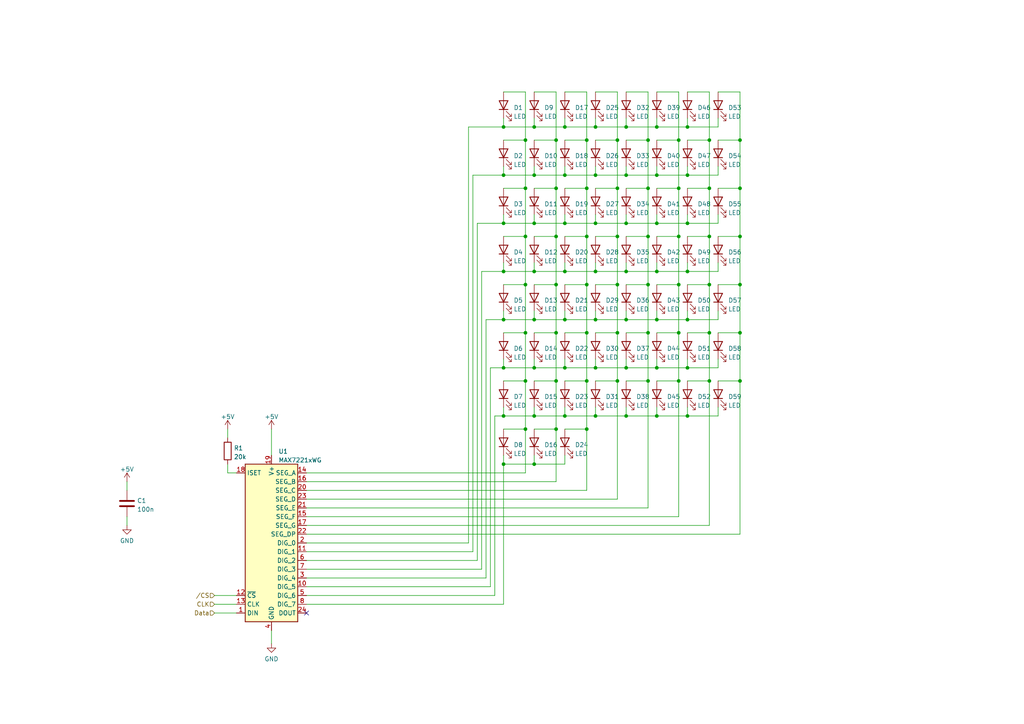
<source format=kicad_sch>
(kicad_sch (version 20211123) (generator eeschema)
  (paper "A4")
  (lib_symbols
    (symbol "Device:C" (pin_numbers hide) (pin_names (offset 0.254))
      (property "Reference" "C" (at 0.635 2.54 0))
      (property "Value" "C" (at 0.635 -2.54 0))
      (symbol "C_0_1"
        (polyline (pts (xy -2.032 -0.762) (xy 2.032 -0.762)) (stroke (width 0.508)))
        (polyline (pts (xy -2.032 0.762) (xy 2.032 0.762)) (stroke (width 0.508)))
      )
      (symbol "C_1_1"
        (pin passive line (at 0 3.81 270) (length 2.794) (name "~") (number "1"))
        (pin passive line (at 0 -3.81 90) (length 2.794) (name "~") (number "2"))
      )
    )
    (symbol "Device:LED" (pin_numbers hide) (pin_names (offset 1.016) hide)
      (property "Reference" "D" (at 0 2.54 0))
      (property "Value" "LED" (at 0 -2.54 0))
      (symbol "LED_0_1"
        (polyline (pts (xy -1.27 -1.27) (xy -1.27 1.27)) (stroke (width 0.254)))
        (polyline (pts (xy -1.27 0) (xy 1.27 0)))
        (polyline (pts (xy 1.27 -1.27) (xy 1.27 1.27) (xy -1.27 0) (xy 1.27 -1.27)) (stroke (width 0.254)))
        (polyline (pts (xy -3.048 -0.762) (xy -4.572 -2.286) (xy -3.81 -2.286) (xy -4.572 -2.286) (xy -4.572 -1.524)))
        (polyline (pts (xy -1.778 -0.762) (xy -3.302 -2.286) (xy -2.54 -2.286) (xy -3.302 -2.286) (xy -3.302 -1.524)))
      )
      (symbol "LED_1_1"
        (pin passive line (at -3.81 0 0) (length 2.54) (name "K") (number "1"))
        (pin passive line (at 3.81 0 180) (length 2.54) (name "A") (number "2"))
      )
    )
    (symbol "Device:R" (pin_numbers hide) (pin_names (offset 0))
      (property "Reference" "R" (at 2.032 0 90))
      (property "Value" "R" (at 0 0 90))
      (symbol "R_0_1"
        (rectangle (start -1.016 -2.54) (end 1.016 2.54) (stroke (width 0.254)))
      )
      (symbol "R_1_1"
        (pin passive line (at 0 3.81 270) (length 1.27) (name "~") (number "1"))
        (pin passive line (at 0 -3.81 90) (length 1.27) (name "~") (number "2"))
      )
    )
    (symbol "Driver_LED:MAX7221xWG"
      (property "Reference" "U" (at -6.35 24.13 0))
      (property "Value" "MAX7221xWG" (at 1.27 25.4 0))
      (symbol "MAX7221xWG_0_1"
        (rectangle (start -7.62 22.86) (end 7.62 -22.86) (stroke (width 0.254)) (fill (type background)))
      )
      (symbol "MAX7221xWG_1_1"
        (pin input line (at -10.16 -20.32 0) (length 2.54) (name "DIN") (number "1"))
        (pin open_collector line (at 10.16 -12.7 180) (length 2.54) (name "DIG_5") (number "10"))
        (pin open_collector line (at 10.16 -2.54 180) (length 2.54) (name "DIG_1") (number "11"))
        (pin input line (at -10.16 -15.24 0) (length 2.54) (name "~{CS}") (number "12"))
        (pin input line (at -10.16 -17.78 0) (length 2.54) (name "CLK") (number "13"))
        (pin open_emitter line (at 10.16 20.32 180) (length 2.54) (name "SEG_A") (number "14"))
        (pin open_emitter line (at 10.16 7.62 180) (length 2.54) (name "SEG_F") (number "15"))
        (pin open_emitter line (at 10.16 17.78 180) (length 2.54) (name "SEG_B") (number "16"))
        (pin open_emitter line (at 10.16 5.08 180) (length 2.54) (name "SEG_G") (number "17"))
        (pin input line (at -10.16 20.32 0) (length 2.54) (name "ISET") (number "18"))
        (pin power_in line (at 0 25.4 270) (length 2.54) (name "V+") (number "19"))
        (pin open_collector line (at 10.16 0 180) (length 2.54) (name "DIG_0") (number "2"))
        (pin open_emitter line (at 10.16 15.24 180) (length 2.54) (name "SEG_C") (number "20"))
        (pin open_emitter line (at 10.16 10.16 180) (length 2.54) (name "SEG_E") (number "21"))
        (pin open_emitter line (at 10.16 2.54 180) (length 2.54) (name "SEG_DP") (number "22"))
        (pin open_emitter line (at 10.16 12.7 180) (length 2.54) (name "SEG_D") (number "23"))
        (pin output line (at 10.16 -20.32 180) (length 2.54) (name "DOUT") (number "24"))
        (pin open_collector line (at 10.16 -10.16 180) (length 2.54) (name "DIG_4") (number "3"))
        (pin power_in line (at 0 -25.4 90) (length 2.54) (name "GND") (number "4"))
        (pin open_collector line (at 10.16 -15.24 180) (length 2.54) (name "DIG_6") (number "5"))
        (pin open_collector line (at 10.16 -5.08 180) (length 2.54) (name "DIG_2") (number "6"))
        (pin open_collector line (at 10.16 -7.62 180) (length 2.54) (name "DIG_3") (number "7"))
        (pin open_collector line (at 10.16 -17.78 180) (length 2.54) (name "DIG_7") (number "8"))
        (pin passive line (at 0 -25.4 90) (length 2.54) hide (name "GND") (number "9"))
      )
    )
    (symbol "power:+5V" (power) (pin_names (offset 0))
      (property "Value" "+5V" (at 0 3.556 0))
      (symbol "+5V_0_1"
        (polyline (pts (xy -0.762 1.27) (xy 0 2.54)))
        (polyline (pts (xy 0 0) (xy 0 2.54)))
        (polyline (pts (xy 0 2.54) (xy 0.762 1.27)))
      )
      (symbol "+5V_1_1"
        (pin power_in line (at 0 0 90) (length 0) hide (name "+5V") (number "1"))
      )
    )
    (symbol "power:GND" (power) (pin_names (offset 0))
      (property "Value" "GND" (at 0 -3.81 0))
      (symbol "GND_0_1"
        (polyline (pts (xy 0 0) (xy 0 -1.27) (xy 1.27 -1.27) (xy 0 -2.54) (xy -1.27 -1.27) (xy 0 -1.27)))
      )
      (symbol "GND_1_1"
        (pin power_in line (at 0 0 270) (length 0) hide (name "GND") (number "1"))
      )
    )
  )
  (junction (at 214.63 54.61))
  (junction (at 205.74 68.58))
  (junction (at 172.72 36.83))
  (junction (at 199.39 36.83))
  (junction (at 154.94 64.77))
  (junction (at 199.39 78.74))
  (junction (at 170.18 40.64))
  (junction (at 170.18 110.49))
  (junction (at 154.94 92.71))
  (junction (at 179.07 40.64))
  (junction (at 163.83 106.68))
  (junction (at 179.07 96.52))
  (junction (at 205.74 96.52))
  (junction (at 190.5 36.83))
  (junction (at 214.63 110.49))
  (junction (at 146.05 120.65))
  (junction (at 152.4 40.64))
  (junction (at 161.29 68.58))
  (junction (at 161.29 110.49))
  (junction (at 187.96 110.49))
  (junction (at 187.96 54.61))
  (junction (at 170.18 68.58))
  (junction (at 154.94 134.62))
  (junction (at 161.29 54.61))
  (junction (at 154.94 36.83))
  (junction (at 163.83 36.83))
  (junction (at 152.4 68.58))
  (junction (at 146.05 134.62))
  (junction (at 146.05 64.77))
  (junction (at 163.83 120.65))
  (junction (at 163.83 78.74))
  (junction (at 214.63 96.52))
  (junction (at 196.85 54.61))
  (junction (at 163.83 50.8))
  (junction (at 199.39 64.77))
  (junction (at 199.39 106.68))
  (junction (at 152.4 96.52))
  (junction (at 154.94 106.68))
  (junction (at 154.94 120.65))
  (junction (at 187.96 82.55))
  (junction (at 146.05 106.68))
  (junction (at 190.5 106.68))
  (junction (at 190.5 50.8))
  (junction (at 196.85 96.52))
  (junction (at 199.39 92.71))
  (junction (at 163.83 64.77))
  (junction (at 161.29 96.52))
  (junction (at 170.18 124.46))
  (junction (at 190.5 64.77))
  (junction (at 214.63 40.64))
  (junction (at 190.5 92.71))
  (junction (at 187.96 96.52))
  (junction (at 196.85 82.55))
  (junction (at 172.72 92.71))
  (junction (at 161.29 82.55))
  (junction (at 146.05 36.83))
  (junction (at 181.61 36.83))
  (junction (at 190.5 78.74))
  (junction (at 181.61 64.77))
  (junction (at 205.74 82.55))
  (junction (at 214.63 68.58))
  (junction (at 181.61 120.65))
  (junction (at 187.96 68.58))
  (junction (at 179.07 54.61))
  (junction (at 172.72 106.68))
  (junction (at 161.29 124.46))
  (junction (at 179.07 82.55))
  (junction (at 199.39 120.65))
  (junction (at 154.94 78.74))
  (junction (at 154.94 50.8))
  (junction (at 170.18 54.61))
  (junction (at 172.72 120.65))
  (junction (at 179.07 68.58))
  (junction (at 181.61 106.68))
  (junction (at 187.96 40.64))
  (junction (at 179.07 110.49))
  (junction (at 196.85 68.58))
  (junction (at 214.63 82.55))
  (junction (at 170.18 82.55))
  (junction (at 205.74 54.61))
  (junction (at 146.05 92.71))
  (junction (at 190.5 120.65))
  (junction (at 170.18 96.52))
  (junction (at 172.72 64.77))
  (junction (at 205.74 110.49))
  (junction (at 152.4 82.55))
  (junction (at 199.39 50.8))
  (junction (at 163.83 92.71))
  (junction (at 196.85 110.49))
  (junction (at 205.74 40.64))
  (junction (at 172.72 50.8))
  (junction (at 161.29 40.64))
  (junction (at 146.05 78.74))
  (junction (at 146.05 50.8))
  (junction (at 172.72 78.74))
  (junction (at 196.85 40.64))
  (junction (at 181.61 50.8))
  (junction (at 181.61 78.74))
  (junction (at 152.4 54.61))
  (junction (at 181.61 92.71))
  (junction (at 152.4 124.46))
  (junction (at 152.4 110.49))
  (no_connect (at 88.9 177.8))
  (wire (pts (xy 190.5 96.52) (xy 196.85 96.52)))
  (wire (pts (xy 135.89 157.48) (xy 135.89 36.83)))
  (wire (pts (xy 199.39 62.23) (xy 199.39 64.77)))
  (wire (pts (xy 163.83 34.29) (xy 163.83 36.83)))
  (wire (pts (xy 190.5 120.65) (xy 199.39 120.65)))
  (wire (pts (xy 88.9 152.4) (xy 205.74 152.4)))
  (wire (pts (xy 181.61 34.29) (xy 181.61 36.83)))
  (wire (pts (xy 187.96 68.58) (xy 187.96 54.61)))
  (wire (pts (xy 78.74 124.46) (xy 78.74 132.08)))
  (wire (pts (xy 190.5 62.23) (xy 190.5 64.77)))
  (wire (pts (xy 163.83 106.68) (xy 172.72 106.68)))
  (wire (pts (xy 181.61 64.77) (xy 190.5 64.77)))
  (wire (pts (xy 190.5 90.17) (xy 190.5 92.71)))
  (wire (pts (xy 181.61 110.49) (xy 187.96 110.49)))
  (wire (pts (xy 140.97 167.64) (xy 140.97 92.71)))
  (wire (pts (xy 152.4 54.61) (xy 152.4 68.58)))
  (wire (pts (xy 152.4 40.64) (xy 152.4 54.61)))
  (wire (pts (xy 190.5 104.14) (xy 190.5 106.68)))
  (wire (pts (xy 62.23 177.8) (xy 68.58 177.8)))
  (wire (pts (xy 139.7 165.1) (xy 139.7 78.74)))
  (wire (pts (xy 66.04 137.16) (xy 68.58 137.16)))
  (wire (pts (xy 146.05 92.71) (xy 154.94 92.71)))
  (wire (pts (xy 163.83 78.74) (xy 172.72 78.74)))
  (wire (pts (xy 154.94 78.74) (xy 163.83 78.74)))
  (wire (pts (xy 163.83 96.52) (xy 170.18 96.52)))
  (wire (pts (xy 172.72 104.14) (xy 172.72 106.68)))
  (wire (pts (xy 146.05 78.74) (xy 154.94 78.74)))
  (wire (pts (xy 154.94 110.49) (xy 161.29 110.49)))
  (wire (pts (xy 172.72 90.17) (xy 172.72 92.71)))
  (wire (pts (xy 161.29 124.46) (xy 161.29 110.49)))
  (wire (pts (xy 172.72 40.64) (xy 179.07 40.64)))
  (wire (pts (xy 161.29 54.61) (xy 161.29 40.64)))
  (wire (pts (xy 190.5 64.77) (xy 199.39 64.77)))
  (wire (pts (xy 179.07 96.52) (xy 179.07 82.55)))
  (wire (pts (xy 179.07 54.61) (xy 179.07 40.64)))
  (wire (pts (xy 214.63 26.67) (xy 208.28 26.67)))
  (wire (pts (xy 214.63 110.49) (xy 214.63 96.52)))
  (wire (pts (xy 36.83 149.86) (xy 36.83 152.4)))
  (wire (pts (xy 196.85 26.67) (xy 190.5 26.67)))
  (wire (pts (xy 152.4 96.52) (xy 152.4 110.49)))
  (wire (pts (xy 170.18 96.52) (xy 170.18 82.55)))
  (wire (pts (xy 154.94 54.61) (xy 161.29 54.61)))
  (wire (pts (xy 208.28 50.8) (xy 208.28 48.26)))
  (wire (pts (xy 88.9 147.32) (xy 187.96 147.32)))
  (wire (pts (xy 172.72 78.74) (xy 181.61 78.74)))
  (wire (pts (xy 163.83 54.61) (xy 170.18 54.61)))
  (wire (pts (xy 163.83 40.64) (xy 170.18 40.64)))
  (wire (pts (xy 163.83 124.46) (xy 170.18 124.46)))
  (wire (pts (xy 172.72 92.71) (xy 181.61 92.71)))
  (wire (pts (xy 214.63 68.58) (xy 214.63 54.61)))
  (wire (pts (xy 163.83 92.71) (xy 172.72 92.71)))
  (wire (pts (xy 170.18 26.67) (xy 163.83 26.67)))
  (wire (pts (xy 146.05 104.14) (xy 146.05 106.68)))
  (wire (pts (xy 135.89 36.83) (xy 146.05 36.83)))
  (wire (pts (xy 199.39 34.29) (xy 199.39 36.83)))
  (wire (pts (xy 190.5 34.29) (xy 190.5 36.83)))
  (wire (pts (xy 88.9 157.48) (xy 135.89 157.48)))
  (wire (pts (xy 214.63 54.61) (xy 214.63 40.64)))
  (wire (pts (xy 154.94 106.68) (xy 163.83 106.68)))
  (wire (pts (xy 181.61 78.74) (xy 190.5 78.74)))
  (wire (pts (xy 146.05 124.46) (xy 152.4 124.46)))
  (wire (pts (xy 199.39 118.11) (xy 199.39 120.65)))
  (wire (pts (xy 154.94 82.55) (xy 161.29 82.55)))
  (wire (pts (xy 146.05 36.83) (xy 154.94 36.83)))
  (wire (pts (xy 146.05 64.77) (xy 154.94 64.77)))
  (wire (pts (xy 196.85 82.55) (xy 196.85 68.58)))
  (wire (pts (xy 196.85 110.49) (xy 196.85 96.52)))
  (wire (pts (xy 190.5 68.58) (xy 196.85 68.58)))
  (wire (pts (xy 205.74 54.61) (xy 205.74 40.64)))
  (wire (pts (xy 163.83 64.77) (xy 172.72 64.77)))
  (wire (pts (xy 172.72 118.11) (xy 172.72 120.65)))
  (wire (pts (xy 154.94 36.83) (xy 163.83 36.83)))
  (wire (pts (xy 146.05 50.8) (xy 154.94 50.8)))
  (wire (pts (xy 172.72 36.83) (xy 181.61 36.83)))
  (wire (pts (xy 146.05 62.23) (xy 146.05 64.77)))
  (wire (pts (xy 138.43 64.77) (xy 146.05 64.77)))
  (wire (pts (xy 146.05 110.49) (xy 152.4 110.49)))
  (wire (pts (xy 88.9 175.26) (xy 146.05 175.26)))
  (wire (pts (xy 196.85 68.58) (xy 196.85 54.61)))
  (wire (pts (xy 163.83 68.58) (xy 170.18 68.58)))
  (wire (pts (xy 181.61 54.61) (xy 187.96 54.61)))
  (wire (pts (xy 154.94 76.2) (xy 154.94 78.74)))
  (wire (pts (xy 154.94 64.77) (xy 163.83 64.77)))
  (wire (pts (xy 172.72 76.2) (xy 172.72 78.74)))
  (wire (pts (xy 142.24 170.18) (xy 142.24 106.68)))
  (wire (pts (xy 88.9 170.18) (xy 142.24 170.18)))
  (wire (pts (xy 181.61 90.17) (xy 181.61 92.71)))
  (wire (pts (xy 190.5 76.2) (xy 190.5 78.74)))
  (wire (pts (xy 146.05 82.55) (xy 152.4 82.55)))
  (wire (pts (xy 172.72 54.61) (xy 179.07 54.61)))
  (wire (pts (xy 152.4 124.46) (xy 152.4 137.16)))
  (wire (pts (xy 62.23 172.72) (xy 68.58 172.72)))
  (wire (pts (xy 181.61 36.83) (xy 190.5 36.83)))
  (wire (pts (xy 208.28 110.49) (xy 214.63 110.49)))
  (wire (pts (xy 172.72 48.26) (xy 172.72 50.8)))
  (wire (pts (xy 154.94 68.58) (xy 161.29 68.58)))
  (wire (pts (xy 199.39 82.55) (xy 205.74 82.55)))
  (wire (pts (xy 163.83 104.14) (xy 163.83 106.68)))
  (wire (pts (xy 146.05 34.29) (xy 146.05 36.83)))
  (wire (pts (xy 172.72 110.49) (xy 179.07 110.49)))
  (wire (pts (xy 199.39 68.58) (xy 205.74 68.58)))
  (wire (pts (xy 199.39 64.77) (xy 208.28 64.77)))
  (wire (pts (xy 152.4 82.55) (xy 152.4 96.52)))
  (wire (pts (xy 181.61 96.52) (xy 187.96 96.52)))
  (wire (pts (xy 152.4 110.49) (xy 152.4 124.46)))
  (wire (pts (xy 187.96 96.52) (xy 187.96 82.55)))
  (wire (pts (xy 146.05 106.68) (xy 154.94 106.68)))
  (wire (pts (xy 170.18 110.49) (xy 170.18 96.52)))
  (wire (pts (xy 214.63 40.64) (xy 214.63 26.67)))
  (wire (pts (xy 88.9 165.1) (xy 139.7 165.1)))
  (wire (pts (xy 214.63 154.94) (xy 214.63 110.49)))
  (wire (pts (xy 172.72 62.23) (xy 172.72 64.77)))
  (wire (pts (xy 179.07 26.67) (xy 172.72 26.67)))
  (wire (pts (xy 154.94 134.62) (xy 163.83 134.62)))
  (wire (pts (xy 181.61 118.11) (xy 181.61 120.65)))
  (wire (pts (xy 179.07 110.49) (xy 179.07 96.52)))
  (wire (pts (xy 88.9 137.16) (xy 152.4 137.16)))
  (wire (pts (xy 154.94 96.52) (xy 161.29 96.52)))
  (wire (pts (xy 154.94 120.65) (xy 163.83 120.65)))
  (wire (pts (xy 172.72 64.77) (xy 181.61 64.77)))
  (wire (pts (xy 143.51 172.72) (xy 143.51 120.65)))
  (wire (pts (xy 199.39 78.74) (xy 208.28 78.74)))
  (wire (pts (xy 154.94 104.14) (xy 154.94 106.68)))
  (wire (pts (xy 138.43 162.56) (xy 138.43 64.77)))
  (wire (pts (xy 208.28 96.52) (xy 214.63 96.52)))
  (wire (pts (xy 190.5 106.68) (xy 199.39 106.68)))
  (wire (pts (xy 205.74 68.58) (xy 205.74 54.61)))
  (wire (pts (xy 190.5 36.83) (xy 199.39 36.83)))
  (wire (pts (xy 62.23 175.26) (xy 68.58 175.26)))
  (wire (pts (xy 187.96 26.67) (xy 181.61 26.67)))
  (wire (pts (xy 179.07 144.78) (xy 179.07 110.49)))
  (wire (pts (xy 146.05 68.58) (xy 152.4 68.58)))
  (wire (pts (xy 154.94 90.17) (xy 154.94 92.71)))
  (wire (pts (xy 140.97 92.71) (xy 146.05 92.71)))
  (wire (pts (xy 78.74 182.88) (xy 78.74 186.69)))
  (wire (pts (xy 199.39 48.26) (xy 199.39 50.8)))
  (wire (pts (xy 196.85 96.52) (xy 196.85 82.55)))
  (wire (pts (xy 190.5 92.71) (xy 199.39 92.71)))
  (wire (pts (xy 196.85 40.64) (xy 196.85 26.67)))
  (wire (pts (xy 88.9 149.86) (xy 196.85 149.86)))
  (wire (pts (xy 163.83 76.2) (xy 163.83 78.74)))
  (wire (pts (xy 152.4 26.67) (xy 146.05 26.67)))
  (wire (pts (xy 161.29 40.64) (xy 161.29 26.67)))
  (wire (pts (xy 161.29 68.58) (xy 161.29 54.61)))
  (wire (pts (xy 163.83 62.23) (xy 163.83 64.77)))
  (wire (pts (xy 170.18 40.64) (xy 170.18 26.67)))
  (wire (pts (xy 172.72 120.65) (xy 181.61 120.65)))
  (wire (pts (xy 199.39 54.61) (xy 205.74 54.61)))
  (wire (pts (xy 163.83 120.65) (xy 172.72 120.65)))
  (wire (pts (xy 146.05 54.61) (xy 152.4 54.61)))
  (wire (pts (xy 205.74 40.64) (xy 205.74 26.67)))
  (wire (pts (xy 214.63 82.55) (xy 214.63 68.58)))
  (wire (pts (xy 154.94 48.26) (xy 154.94 50.8)))
  (wire (pts (xy 154.94 40.64) (xy 161.29 40.64)))
  (wire (pts (xy 199.39 76.2) (xy 199.39 78.74)))
  (wire (pts (xy 190.5 48.26) (xy 190.5 50.8)))
  (wire (pts (xy 88.9 154.94) (xy 214.63 154.94)))
  (wire (pts (xy 146.05 132.08) (xy 146.05 134.62)))
  (wire (pts (xy 146.05 48.26) (xy 146.05 50.8)))
  (wire (pts (xy 187.96 40.64) (xy 187.96 26.67)))
  (wire (pts (xy 161.29 82.55) (xy 161.29 68.58)))
  (wire (pts (xy 88.9 160.02) (xy 137.16 160.02)))
  (wire (pts (xy 190.5 118.11) (xy 190.5 120.65)))
  (wire (pts (xy 205.74 82.55) (xy 205.74 68.58)))
  (wire (pts (xy 143.51 120.65) (xy 146.05 120.65)))
  (wire (pts (xy 146.05 175.26) (xy 146.05 134.62)))
  (wire (pts (xy 88.9 142.24) (xy 170.18 142.24)))
  (wire (pts (xy 172.72 68.58) (xy 179.07 68.58)))
  (wire (pts (xy 205.74 152.4) (xy 205.74 110.49)))
  (wire (pts (xy 146.05 118.11) (xy 146.05 120.65)))
  (wire (pts (xy 208.28 54.61) (xy 214.63 54.61)))
  (wire (pts (xy 181.61 48.26) (xy 181.61 50.8)))
  (wire (pts (xy 196.85 149.86) (xy 196.85 110.49)))
  (wire (pts (xy 163.83 118.11) (xy 163.83 120.65)))
  (wire (pts (xy 170.18 54.61) (xy 170.18 40.64)))
  (wire (pts (xy 146.05 96.52) (xy 152.4 96.52)))
  (wire (pts (xy 187.96 147.32) (xy 187.96 110.49)))
  (wire (pts (xy 170.18 142.24) (xy 170.18 124.46)))
  (wire (pts (xy 170.18 68.58) (xy 170.18 54.61)))
  (wire (pts (xy 152.4 40.64) (xy 152.4 26.67)))
  (wire (pts (xy 187.96 110.49) (xy 187.96 96.52)))
  (wire (pts (xy 205.74 110.49) (xy 205.74 96.52)))
  (wire (pts (xy 205.74 26.67) (xy 199.39 26.67)))
  (wire (pts (xy 139.7 78.74) (xy 146.05 78.74)))
  (wire (pts (xy 187.96 82.55) (xy 187.96 68.58)))
  (wire (pts (xy 190.5 82.55) (xy 196.85 82.55)))
  (wire (pts (xy 36.83 139.7) (xy 36.83 142.24)))
  (wire (pts (xy 172.72 82.55) (xy 179.07 82.55)))
  (wire (pts (xy 161.29 139.7) (xy 161.29 124.46)))
  (wire (pts (xy 146.05 76.2) (xy 146.05 78.74)))
  (wire (pts (xy 137.16 50.8) (xy 146.05 50.8)))
  (wire (pts (xy 214.63 96.52) (xy 214.63 82.55)))
  (wire (pts (xy 179.07 82.55) (xy 179.07 68.58)))
  (wire (pts (xy 170.18 124.46) (xy 170.18 110.49)))
  (wire (pts (xy 181.61 62.23) (xy 181.61 64.77)))
  (wire (pts (xy 187.96 54.61) (xy 187.96 40.64)))
  (wire (pts (xy 146.05 120.65) (xy 154.94 120.65)))
  (wire (pts (xy 154.94 124.46) (xy 161.29 124.46)))
  (wire (pts (xy 154.94 62.23) (xy 154.94 64.77)))
  (wire (pts (xy 199.39 120.65) (xy 208.28 120.65)))
  (wire (pts (xy 172.72 106.68) (xy 181.61 106.68)))
  (wire (pts (xy 208.28 120.65) (xy 208.28 118.11)))
  (wire (pts (xy 161.29 26.67) (xy 154.94 26.67)))
  (wire (pts (xy 88.9 144.78) (xy 179.07 144.78)))
  (wire (pts (xy 181.61 40.64) (xy 187.96 40.64)))
  (wire (pts (xy 199.39 96.52) (xy 205.74 96.52)))
  (wire (pts (xy 137.16 160.02) (xy 137.16 50.8)))
  (wire (pts (xy 199.39 50.8) (xy 208.28 50.8)))
  (wire (pts (xy 199.39 104.14) (xy 199.39 106.68)))
  (wire (pts (xy 190.5 78.74) (xy 199.39 78.74)))
  (wire (pts (xy 199.39 90.17) (xy 199.39 92.71)))
  (wire (pts (xy 146.05 40.64) (xy 152.4 40.64)))
  (wire (pts (xy 142.24 106.68) (xy 146.05 106.68)))
  (wire (pts (xy 199.39 110.49) (xy 205.74 110.49)))
  (wire (pts (xy 161.29 96.52) (xy 161.29 82.55)))
  (wire (pts (xy 88.9 172.72) (xy 143.51 172.72)))
  (wire (pts (xy 66.04 124.46) (xy 66.04 127)))
  (wire (pts (xy 208.28 82.55) (xy 214.63 82.55)))
  (wire (pts (xy 190.5 54.61) (xy 196.85 54.61)))
  (wire (pts (xy 161.29 110.49) (xy 161.29 96.52)))
  (wire (pts (xy 154.94 92.71) (xy 163.83 92.71)))
  (wire (pts (xy 208.28 68.58) (xy 214.63 68.58)))
  (wire (pts (xy 181.61 106.68) (xy 190.5 106.68)))
  (wire (pts (xy 181.61 50.8) (xy 190.5 50.8)))
  (wire (pts (xy 146.05 90.17) (xy 146.05 92.71)))
  (wire (pts (xy 163.83 48.26) (xy 163.83 50.8)))
  (wire (pts (xy 163.83 110.49) (xy 170.18 110.49)))
  (wire (pts (xy 208.28 78.74) (xy 208.28 76.2)))
  (wire (pts (xy 196.85 54.61) (xy 196.85 40.64)))
  (wire (pts (xy 146.05 134.62) (xy 154.94 134.62)))
  (wire (pts (xy 154.94 132.08) (xy 154.94 134.62)))
  (wire (pts (xy 205.74 96.52) (xy 205.74 82.55)))
  (wire (pts (xy 179.07 40.64) (xy 179.07 26.67)))
  (wire (pts (xy 181.61 92.71) (xy 190.5 92.71)))
  (wire (pts (xy 88.9 162.56) (xy 138.43 162.56)))
  (wire (pts (xy 170.18 82.55) (xy 170.18 68.58)))
  (wire (pts (xy 181.61 120.65) (xy 190.5 120.65)))
  (wire (pts (xy 152.4 68.58) (xy 152.4 82.55)))
  (wire (pts (xy 208.28 64.77) (xy 208.28 62.23)))
  (wire (pts (xy 163.83 36.83) (xy 172.72 36.83)))
  (wire (pts (xy 190.5 50.8) (xy 199.39 50.8)))
  (wire (pts (xy 208.28 92.71) (xy 208.28 90.17)))
  (wire (pts (xy 181.61 104.14) (xy 181.61 106.68)))
  (wire (pts (xy 181.61 82.55) (xy 187.96 82.55)))
  (wire (pts (xy 199.39 36.83) (xy 208.28 36.83)))
  (wire (pts (xy 66.04 134.62) (xy 66.04 137.16)))
  (wire (pts (xy 88.9 139.7) (xy 161.29 139.7)))
  (wire (pts (xy 154.94 34.29) (xy 154.94 36.83)))
  (wire (pts (xy 163.83 134.62) (xy 163.83 132.08)))
  (wire (pts (xy 190.5 110.49) (xy 196.85 110.49)))
  (wire (pts (xy 172.72 96.52) (xy 179.07 96.52)))
  (wire (pts (xy 154.94 50.8) (xy 163.83 50.8)))
  (wire (pts (xy 181.61 68.58) (xy 187.96 68.58)))
  (wire (pts (xy 190.5 40.64) (xy 196.85 40.64)))
  (wire (pts (xy 172.72 50.8) (xy 181.61 50.8)))
  (wire (pts (xy 199.39 106.68) (xy 208.28 106.68)))
  (wire (pts (xy 181.61 76.2) (xy 181.61 78.74)))
  (wire (pts (xy 154.94 118.11) (xy 154.94 120.65)))
  (wire (pts (xy 163.83 50.8) (xy 172.72 50.8)))
  (wire (pts (xy 208.28 106.68) (xy 208.28 104.14)))
  (wire (pts (xy 199.39 92.71) (xy 208.28 92.71)))
  (wire (pts (xy 179.07 68.58) (xy 179.07 54.61)))
  (wire (pts (xy 172.72 34.29) (xy 172.72 36.83)))
  (wire (pts (xy 208.28 36.83) (xy 208.28 34.29)))
  (wire (pts (xy 88.9 167.64) (xy 140.97 167.64)))
  (wire (pts (xy 163.83 90.17) (xy 163.83 92.71)))
  (wire (pts (xy 208.28 40.64) (xy 214.63 40.64)))
  (wire (pts (xy 199.39 40.64) (xy 205.74 40.64)))
  (wire (pts (xy 163.83 82.55) (xy 170.18 82.55)))
  (hierarchical_label "{slash}CS" (shape input) (at 62.23 172.72 180))
  (hierarchical_label "Data" (shape input) (at 62.23 177.8 180))
  (hierarchical_label "CLK" (shape input) (at 62.23 175.26 180))
  (symbol (lib_id "power:+5V") (at 36.83 139.7 0) (unit 1)
    (property "Reference" "#PWR01" (effects hide))
    (property "Value" "+5V" (at 36.83 136.1242 0))
  )
  (symbol (lib_id "Device:LED") (at 163.83 30.48 90) (unit 1)
    (property "Reference" "D17" (at 166.751 31.2328 90) (effects (justify right)))
    (property "Value" "LED" (at 166.751 33.7697 90) (effects (justify right)))
  )
  (symbol (lib_id "Device:LED") (at 163.83 114.3 90) (unit 1)
    (property "Reference" "D23" (at 166.751 115.0528 90) (effects (justify right)))
    (property "Value" "LED" (at 166.751 117.5897 90) (effects (justify right)))
  )
  (symbol (lib_id "Device:LED") (at 181.61 58.42 90) (unit 1)
    (property "Reference" "D34" (at 184.531 59.1728 90) (effects (justify right)))
    (property "Value" "LED" (at 184.531 61.7097 90) (effects (justify right)))
  )
  (symbol (lib_id "Device:LED") (at 154.94 100.33 90) (unit 1)
    (property "Reference" "D14" (at 157.861 101.0828 90) (effects (justify right)))
    (property "Value" "LED" (at 157.861 103.6197 90) (effects (justify right)))
  )
  (symbol (lib_id "Driver_LED:MAX7221xWG") (at 78.74 157.48 0) (unit 1)
    (property "Reference" "U1" (at 80.7594 130.9202 0) (effects (justify left)))
    (property "Value" "MAX7221xWG" (at 80.7594 133.4571 0) (effects (justify left)))
    (property "Footprint" "Package_SO:SOIC-24W_7.5x15.4mm_P1.27mm" (effects hide))
    (property "Datasheet" "https://datasheets.maximintegrated.com/en/ds/MAX7219-MAX7221.pdf" (effects hide))
  )
  (symbol (lib_id "Device:LED") (at 181.61 114.3 90) (unit 1)
    (property "Reference" "D38" (at 184.531 115.0528 90) (effects (justify right)))
    (property "Value" "LED" (at 184.531 117.5897 90) (effects (justify right)))
  )
  (symbol (lib_id "Device:LED") (at 163.83 100.33 90) (unit 1)
    (property "Reference" "D22" (at 166.751 101.0828 90) (effects (justify right)))
    (property "Value" "LED" (at 166.751 103.6197 90) (effects (justify right)))
  )
  (symbol (lib_id "Device:LED") (at 146.05 72.39 90) (unit 1)
    (property "Reference" "D4" (at 148.971 73.1428 90) (effects (justify right)))
    (property "Value" "LED" (at 148.971 75.6797 90) (effects (justify right)))
  )
  (symbol (lib_id "Device:LED") (at 208.28 72.39 90) (unit 1)
    (property "Reference" "D56" (at 211.201 73.1428 90) (effects (justify right)))
    (property "Value" "LED" (at 211.201 75.6797 90) (effects (justify right)))
  )
  (symbol (lib_id "Device:LED") (at 154.94 44.45 90) (unit 1)
    (property "Reference" "D10" (at 157.861 45.2028 90) (effects (justify right)))
    (property "Value" "LED" (at 157.861 47.7397 90) (effects (justify right)))
  )
  (symbol (lib_id "power:GND") (at 78.74 186.69 0) (unit 1)
    (property "Reference" "#PWR05" (effects hide))
    (property "Value" "GND" (at 78.74 191.1334 0))
  )
  (symbol (lib_id "Device:LED") (at 190.5 44.45 90) (unit 1)
    (property "Reference" "D40" (at 193.421 45.2028 90) (effects (justify right)))
    (property "Value" "LED" (at 193.421 47.7397 90) (effects (justify right)))
  )
  (symbol (lib_id "Device:LED") (at 208.28 44.45 90) (unit 1)
    (property "Reference" "D54" (at 211.201 45.2028 90) (effects (justify right)))
    (property "Value" "LED" (at 211.201 47.7397 90) (effects (justify right)))
  )
  (symbol (lib_id "Device:LED") (at 146.05 58.42 90) (unit 1)
    (property "Reference" "D3" (at 148.971 59.1728 90) (effects (justify right)))
    (property "Value" "LED" (at 148.971 61.7097 90) (effects (justify right)))
  )
  (symbol (lib_id "Device:LED") (at 172.72 44.45 90) (unit 1)
    (property "Reference" "D26" (at 175.641 45.2028 90) (effects (justify right)))
    (property "Value" "LED" (at 175.641 47.7397 90) (effects (justify right)))
  )
  (symbol (lib_id "Device:LED") (at 172.72 86.36 90) (unit 1)
    (property "Reference" "D29" (at 175.641 87.1128 90) (effects (justify right)))
    (property "Value" "LED" (at 175.641 89.6497 90) (effects (justify right)))
  )
  (symbol (lib_id "Device:LED") (at 154.94 72.39 90) (unit 1)
    (property "Reference" "D12" (at 157.861 73.1428 90) (effects (justify right)))
    (property "Value" "LED" (at 157.861 75.6797 90) (effects (justify right)))
  )
  (symbol (lib_id "Device:LED") (at 199.39 86.36 90) (unit 1)
    (property "Reference" "D50" (at 202.311 87.1128 90) (effects (justify right)))
    (property "Value" "LED" (at 202.311 89.6497 90) (effects (justify right)))
  )
  (symbol (lib_id "Device:LED") (at 190.5 86.36 90) (unit 1)
    (property "Reference" "D43" (at 193.421 87.1128 90) (effects (justify right)))
    (property "Value" "LED" (at 193.421 89.6497 90) (effects (justify right)))
  )
  (symbol (lib_id "Device:LED") (at 172.72 58.42 90) (unit 1)
    (property "Reference" "D27" (at 175.641 59.1728 90) (effects (justify right)))
    (property "Value" "LED" (at 175.641 61.7097 90) (effects (justify right)))
  )
  (symbol (lib_id "power:+5V") (at 78.74 124.46 0) (unit 1)
    (property "Reference" "#PWR04" (effects hide))
    (property "Value" "+5V" (at 78.74 120.8842 0))
  )
  (symbol (lib_id "Device:LED") (at 199.39 58.42 90) (unit 1)
    (property "Reference" "D48" (at 202.311 59.1728 90) (effects (justify right)))
    (property "Value" "LED" (at 202.311 61.7097 90) (effects (justify right)))
  )
  (symbol (lib_id "Device:LED") (at 208.28 100.33 90) (unit 1)
    (property "Reference" "D58" (at 211.201 101.0828 90) (effects (justify right)))
    (property "Value" "LED" (at 211.201 103.6197 90) (effects (justify right)))
  )
  (symbol (lib_id "Device:LED") (at 163.83 86.36 90) (unit 1)
    (property "Reference" "D21" (at 166.751 87.1128 90) (effects (justify right)))
    (property "Value" "LED" (at 166.751 89.6497 90) (effects (justify right)))
  )
  (symbol (lib_id "Device:LED") (at 199.39 72.39 90) (unit 1)
    (property "Reference" "D49" (at 202.311 73.1428 90) (effects (justify right)))
    (property "Value" "LED" (at 202.311 75.6797 90) (effects (justify right)))
  )
  (symbol (lib_id "Device:LED") (at 208.28 86.36 90) (unit 1)
    (property "Reference" "D57" (at 211.201 87.1128 90) (effects (justify right)))
    (property "Value" "LED" (at 211.201 89.6497 90) (effects (justify right)))
  )
  (symbol (lib_id "Device:LED") (at 190.5 114.3 90) (unit 1)
    (property "Reference" "D45" (at 193.421 115.0528 90) (effects (justify right)))
    (property "Value" "LED" (at 193.421 117.5897 90) (effects (justify right)))
  )
  (symbol (lib_id "Device:LED") (at 146.05 114.3 90) (unit 1)
    (property "Reference" "D7" (at 148.971 115.0528 90) (effects (justify right)))
    (property "Value" "LED" (at 148.971 117.5897 90) (effects (justify right)))
  )
  (symbol (lib_id "Device:LED") (at 163.83 128.27 90) (unit 1)
    (property "Reference" "D24" (at 166.751 129.0228 90) (effects (justify right)))
    (property "Value" "LED" (at 166.751 131.5597 90) (effects (justify right)))
  )
  (symbol (lib_id "Device:LED") (at 181.61 72.39 90) (unit 1)
    (property "Reference" "D35" (at 184.531 73.1428 90) (effects (justify right)))
    (property "Value" "LED" (at 184.531 75.6797 90) (effects (justify right)))
  )
  (symbol (lib_id "Device:R") (at 66.04 130.81 0) (unit 1)
    (property "Reference" "R1" (at 67.818 129.9753 0) (effects (justify left)))
    (property "Value" "20k" (at 67.818 132.5122 0) (effects (justify left)))
  )
  (symbol (lib_id "Device:LED") (at 190.5 100.33 90) (unit 1)
    (property "Reference" "D44" (at 193.421 101.0828 90) (effects (justify right)))
    (property "Value" "LED" (at 193.421 103.6197 90) (effects (justify right)))
  )
  (symbol (lib_id "Device:LED") (at 190.5 30.48 90) (unit 1)
    (property "Reference" "D39" (at 193.421 31.2328 90) (effects (justify right)))
    (property "Value" "LED" (at 193.421 33.7697 90) (effects (justify right)))
  )
  (symbol (lib_id "Device:LED") (at 208.28 30.48 90) (unit 1)
    (property "Reference" "D53" (at 211.201 31.2328 90) (effects (justify right)))
    (property "Value" "LED" (at 211.201 33.7697 90) (effects (justify right)))
  )
  (symbol (lib_id "Device:LED") (at 190.5 58.42 90) (unit 1)
    (property "Reference" "D41" (at 193.421 59.1728 90) (effects (justify right)))
    (property "Value" "LED" (at 193.421 61.7097 90) (effects (justify right)))
  )
  (symbol (lib_id "Device:LED") (at 163.83 58.42 90) (unit 1)
    (property "Reference" "D19" (at 166.751 59.1728 90) (effects (justify right)))
    (property "Value" "LED" (at 166.751 61.7097 90) (effects (justify right)))
  )
  (symbol (lib_id "Device:LED") (at 190.5 72.39 90) (unit 1)
    (property "Reference" "D42" (at 193.421 73.1428 90) (effects (justify right)))
    (property "Value" "LED" (at 193.421 75.6797 90) (effects (justify right)))
  )
  (symbol (lib_id "power:+5V") (at 66.04 124.46 0) (unit 1)
    (property "Reference" "#PWR03" (effects hide))
    (property "Value" "+5V" (at 66.04 120.8842 0))
  )
  (symbol (lib_id "Device:LED") (at 154.94 58.42 90) (unit 1)
    (property "Reference" "D11" (at 157.861 59.1728 90) (effects (justify right)))
    (property "Value" "LED" (at 157.861 61.7097 90) (effects (justify right)))
  )
  (symbol (lib_id "Device:LED") (at 199.39 100.33 90) (unit 1)
    (property "Reference" "D51" (at 202.311 101.0828 90) (effects (justify right)))
    (property "Value" "LED" (at 202.311 103.6197 90) (effects (justify right)))
  )
  (symbol (lib_id "Device:LED") (at 181.61 100.33 90) (unit 1)
    (property "Reference" "D37" (at 184.531 101.0828 90) (effects (justify right)))
    (property "Value" "LED" (at 184.531 103.6197 90) (effects (justify right)))
  )
  (symbol (lib_id "Device:LED") (at 199.39 114.3 90) (unit 1)
    (property "Reference" "D52" (at 202.311 115.0528 90) (effects (justify right)))
    (property "Value" "LED" (at 202.311 117.5897 90) (effects (justify right)))
  )
  (symbol (lib_id "Device:LED") (at 154.94 30.48 90) (unit 1)
    (property "Reference" "D9" (at 157.861 31.2328 90) (effects (justify right)))
    (property "Value" "LED" (at 157.861 33.7697 90) (effects (justify right)))
  )
  (symbol (lib_id "Device:LED") (at 208.28 114.3 90) (unit 1)
    (property "Reference" "D59" (at 211.201 115.0528 90) (effects (justify right)))
    (property "Value" "LED" (at 211.201 117.5897 90) (effects (justify right)))
  )
  (symbol (lib_id "Device:LED") (at 154.94 114.3 90) (unit 1)
    (property "Reference" "D15" (at 157.861 115.0528 90) (effects (justify right)))
    (property "Value" "LED" (at 157.861 117.5897 90) (effects (justify right)))
  )
  (symbol (lib_id "Device:LED") (at 146.05 44.45 90) (unit 1)
    (property "Reference" "D2" (at 148.971 45.2028 90) (effects (justify right)))
    (property "Value" "LED" (at 148.971 47.7397 90) (effects (justify right)))
  )
  (symbol (lib_id "Device:LED") (at 172.72 114.3 90) (unit 1)
    (property "Reference" "D31" (at 175.641 115.0528 90) (effects (justify right)))
    (property "Value" "LED" (at 175.641 117.5897 90) (effects (justify right)))
  )
  (symbol (lib_id "Device:LED") (at 181.61 44.45 90) (unit 1)
    (property "Reference" "D33" (at 184.531 45.2028 90) (effects (justify right)))
    (property "Value" "LED" (at 184.531 47.7397 90) (effects (justify right)))
  )
  (symbol (lib_id "Device:LED") (at 199.39 30.48 90) (unit 1)
    (property "Reference" "D46" (at 202.311 31.2328 90) (effects (justify right)))
    (property "Value" "LED" (at 202.311 33.7697 90) (effects (justify right)))
  )
  (symbol (lib_id "Device:LED") (at 172.72 100.33 90) (unit 1)
    (property "Reference" "D30" (at 175.641 101.0828 90) (effects (justify right)))
    (property "Value" "LED" (at 175.641 103.6197 90) (effects (justify right)))
  )
  (symbol (lib_id "Device:LED") (at 146.05 128.27 90) (unit 1)
    (property "Reference" "D8" (at 148.971 129.0228 90) (effects (justify right)))
    (property "Value" "LED" (at 148.971 131.5597 90) (effects (justify right)))
  )
  (symbol (lib_id "Device:LED") (at 146.05 86.36 90) (unit 1)
    (property "Reference" "D5" (at 148.971 87.1128 90) (effects (justify right)))
    (property "Value" "LED" (at 148.971 89.6497 90) (effects (justify right)))
  )
  (symbol (lib_id "Device:LED") (at 172.72 72.39 90) (unit 1)
    (property "Reference" "D28" (at 175.641 73.1428 90) (effects (justify right)))
    (property "Value" "LED" (at 175.641 75.6797 90) (effects (justify right)))
  )
  (symbol (lib_id "Device:LED") (at 146.05 100.33 90) (unit 1)
    (property "Reference" "D6" (at 148.971 101.0828 90) (effects (justify right)))
    (property "Value" "LED" (at 148.971 103.6197 90) (effects (justify right)))
  )
  (symbol (lib_id "Device:LED") (at 163.83 72.39 90) (unit 1)
    (property "Reference" "D20" (at 166.751 73.1428 90) (effects (justify right)))
    (property "Value" "LED" (at 166.751 75.6797 90) (effects (justify right)))
  )
  (symbol (lib_id "Device:LED") (at 146.05 30.48 90) (unit 1)
    (property "Reference" "D1" (at 148.971 31.2328 90) (effects (justify right)))
    (property "Value" "LED" (at 148.971 33.7697 90) (effects (justify right)))
  )
  (symbol (lib_id "Device:LED") (at 154.94 128.27 90) (unit 1)
    (property "Reference" "D16" (at 157.861 129.0228 90) (effects (justify right)))
    (property "Value" "LED" (at 157.861 131.5597 90) (effects (justify right)))
  )
  (symbol (lib_id "Device:LED") (at 199.39 44.45 90) (unit 1)
    (property "Reference" "D47" (at 202.311 45.2028 90) (effects (justify right)))
    (property "Value" "LED" (at 202.311 47.7397 90) (effects (justify right)))
  )
  (symbol (lib_id "Device:LED") (at 181.61 86.36 90) (unit 1)
    (property "Reference" "D36" (at 184.531 87.1128 90) (effects (justify right)))
    (property "Value" "LED" (at 184.531 89.6497 90) (effects (justify right)))
  )
  (symbol (lib_id "Device:LED") (at 172.72 30.48 90) (unit 1)
    (property "Reference" "D25" (at 175.641 31.2328 90) (effects (justify right)))
    (property "Value" "LED" (at 175.641 33.7697 90) (effects (justify right)))
  )
  (symbol (lib_id "Device:LED") (at 208.28 58.42 90) (unit 1)
    (property "Reference" "D55" (at 211.201 59.1728 90) (effects (justify right)))
    (property "Value" "LED" (at 211.201 61.7097 90) (effects (justify right)))
  )
  (symbol (lib_id "Device:LED") (at 181.61 30.48 90) (unit 1)
    (property "Reference" "D32" (at 184.531 31.2328 90) (effects (justify right)))
    (property "Value" "LED" (at 184.531 33.7697 90) (effects (justify right)))
  )
  (symbol (lib_id "Device:LED") (at 154.94 86.36 90) (unit 1)
    (property "Reference" "D13" (at 157.861 87.1128 90) (effects (justify right)))
    (property "Value" "LED" (at 157.861 89.6497 90) (effects (justify right)))
  )
  (symbol (lib_id "power:GND") (at 36.83 152.4 0) (unit 1)
    (property "Reference" "#PWR02" (effects hide))
    (property "Value" "GND" (at 36.83 156.8434 0))
  )
  (symbol (lib_id "Device:C") (at 36.83 146.05 0) (unit 1)
    (property "Reference" "C1" (at 39.751 145.2153 0) (effects (justify left)))
    (property "Value" "100n" (at 39.751 147.7522 0) (effects (justify left)))
  )
  (symbol (lib_id "Device:LED") (at 163.83 44.45 90) (unit 1)
    (property "Reference" "D18" (at 166.751 45.2028 90) (effects (justify right)))
    (property "Value" "LED" (at 166.751 47.7397 90) (effects (justify right)))
  )
)
</source>
